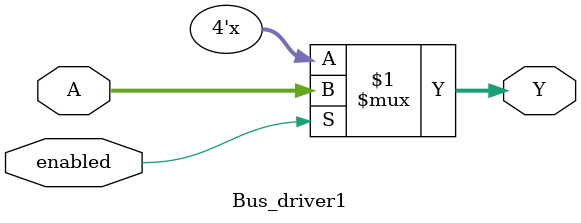
<source format=v>



module Bus_driver1(input enabled, input [3:0] A, output [3:0] Y);
// si el enable está arribla deja pasar los datos.
    assign Y = enabled ? A : 4'bz;

endmodule

</source>
